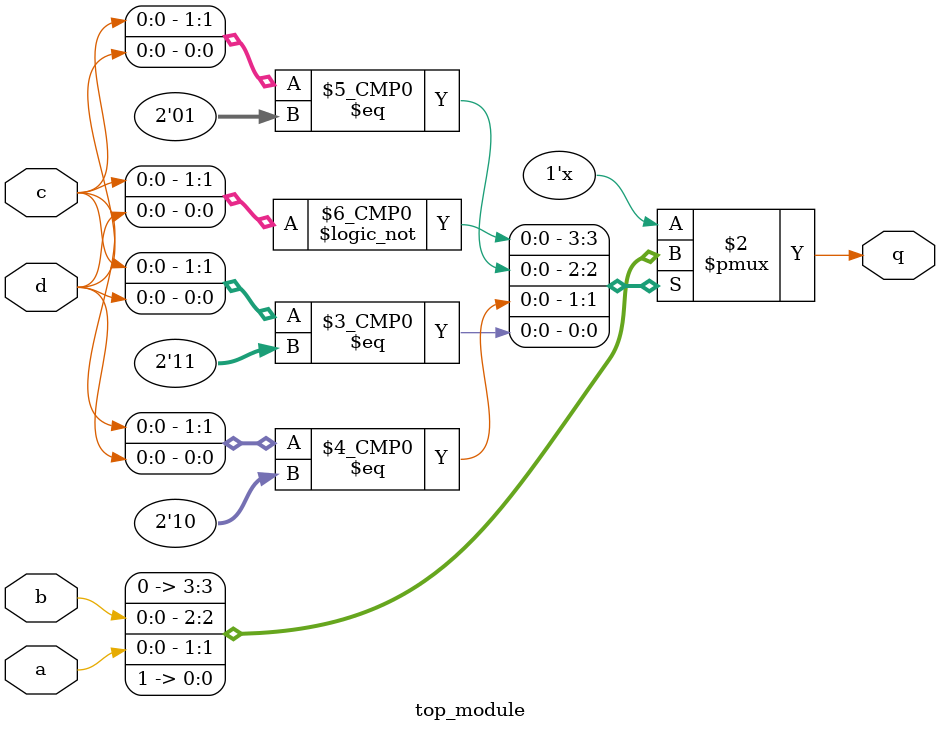
<source format=sv>
module top_module (
    input wire a,
    input wire b,
    input wire c,
    input wire d,
    output reg q
);

    always @(*)
    begin
        case ({c, d})
            2'b00: q = 1'b0;
            2'b01: q = b;
            2'b10: q = a;
            2'b11: q = 1'b1;
            default: q = 1'b0;
        endcase
    end

endmodule

</source>
